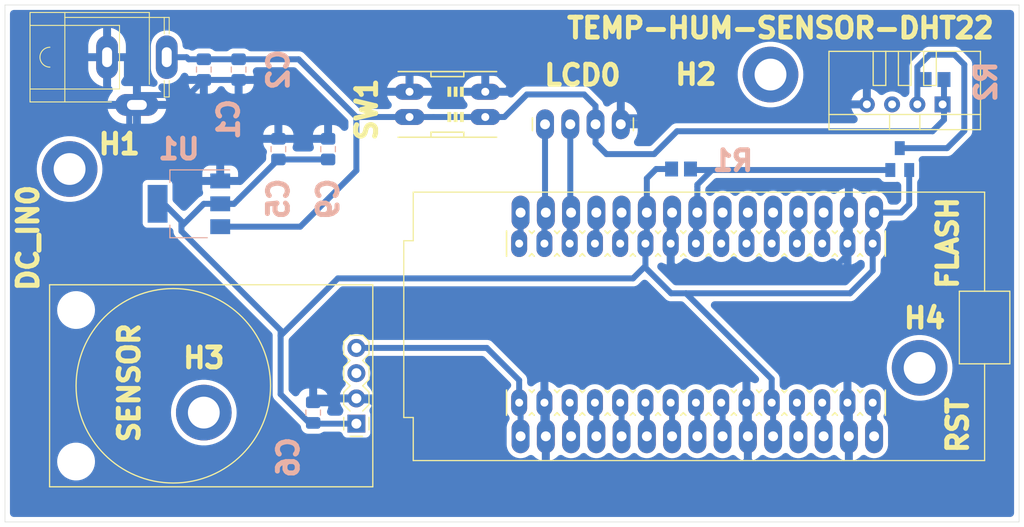
<source format=kicad_pcb>
(kicad_pcb (version 20240108) (generator "pcbnew") (generator_version "8.0")
  (layers (0 "F.Cu" signal) (31 "B.Cu" signal) (34 "B.Paste" user) (35 "F.Paste" user) (36 "B.SilkS" user "B.Silkscreen") (37 "F.SilkS" user "F.Silkscreen") (38 "B.Mask" user) (39 "F.Mask" user) (44 "Edge.Cuts" user))
  (net 0 "")
  (net 1 "/5V")
  (net 2 "/DHT_DAT")
  (net 4 "/GND")
  (net 5 "/D5")
  (net 6 "/3V3")
  (net 7 "Net-(U$1-VV)")
  (net 8 "Net-(U$1-S3)")
  (net 9 "Net-(U$1-S2)")
  (net 10 "Net-(U$1-S1)")
  (net 11 "Net-(U$1-SC)")
  (net 12 "Net-(U$1-S0)")
  (net 13 "Net-(U$1-SK)")
  (net 14 "Net-(U$1-EN)")
  (net 15 "Net-(U$1-RST)")
  (net 16 "Net-(U$1-VIN)")
  (net 17 "Net-(U$1-TX)")
  (net 18 "Net-(U$1-RX)")
  (net 19 "Net-(U$1-D8)")
  (net 20 "Net-(U$1-D7)")
  (net 21 "Net-(U$1-D6)")
  (net 22 "Net-(U$1-D4)")
  (net 23 "Net-(U$1-D3)")
  (net 24 "/SDA")
  (net 25 "/SCL")
  (net 26 "Net-(U$1-D0)")
  (net 28 "/SMOKESENS")
  (footprint "SHTS Rev 2:EDG-02" (layer "F.Cu") (at 142.5 89 90)
    (property "Reference" "SW1" (at -3.8964 -6.9511 90) (layer "F.SilkS") (effects (font (size 2 2) (thickness 0.5) (bold yes)) (justify left bottom)))
    (property "Value" "SW_DIP-2" (hide yes))
    (pad "1" thru_hole oval (at -1.27 3.81 180) (size 3 1.6) (drill 0.8) (layers "*.Cu" "*.Mask") (net 1 "/5V"))
    (pad "2" thru_hole oval (at 1.27 3.81 180) (size 3 1.6) (drill 0.8) (layers "*.Cu" "*.Mask") (net 4 "/GND"))
    (pad "3" thru_hole oval (at 1.27 -3.81 180) (size 3 1.6) (drill 0.8) (layers "*.Cu" "*.Mask") (net 4 "/GND"))
    (pad "4" thru_hole oval (at -1.27 -3.81 180) (size 3 1.6) (drill 0.8) (layers "*.Cu" "*.Mask") (net 1 "/5V"))
  )
  (footprint "SHTS Rev 2:TEMP-HUM-SENSOR-DHT22" (layer "F.Cu") (at 188.5 89 180)
    (property "Reference" "U$2")
    (property "Value" "TEMP-HUM-SENSOR-DHT22" (at 12.5 6.5 0) (layer "F.SilkS") (effects (font (size 2 2) (thickness 0.5) (bold yes)) (justify bottom)))
    (pad "1" thru_hole rect (at -3.81 0 180) (size 1.6 1.6) (drill 0.8) (layers "*.Cu" "*.Mask") (net 1 "/5V"))
    (pad "2" thru_hole circle (at -1.27 0 180) (size 1.6 1.6) (drill 0.8) (layers "*.Cu" "*.Mask") (net 2 "/DHT_DAT"))
    (pad "3" thru_hole circle (at 1.27 0 180) (size 1.6 1.6) (drill 0.8) (layers "*.Cu" "*.Mask"))
    (pad "4" thru_hole circle (at 3.81 0 180) (size 1.6 1.6) (drill 0.8) (layers "*.Cu" "*.Mask") (net 4 "/GND"))
  )
  (footprint "MountingHole:MountingHole_3.2mm_M3_DIN965_Pad" (layer "F.Cu") (at 118 120)
    (property "Reference" "H3" (at 0 -5.5 0) (layer "F.SilkS") (effects (font (size 2 2) (thickness 0.5) (bold yes))))
    (property "Value" "MountingHole" (hide yes))
    (pad "1" thru_hole circle (at 0 0) (size 5.6 5.6) (drill 3.2) (layers "*.Cu" "*.Mask"))
  )
  (footprint "SHTS Rev 2:GAS-SENSOR-MQ2" (layer "F.Cu") (at 118.7411 117.3036 180)
    (property "Reference" "U$3")
    (property "Value" "GAS-SENSOR-MQ2")
    (fp_text user "SENSOR" (at 8.2411 0.3036 -90) (layer "F.SilkS") (effects (font (size 2 2) (thickness 0.5) (bold yes))))
    (pad "" np_thru_hole circle (at 13.589 -7.62 180) (size 2.8 2.8) (drill 2.8) (layers "*.Cu" "*.Mask"))
    (pad "" np_thru_hole circle (at 13.589 7.62 180) (size 2.8 2.8) (drill 2.8) (layers "*.Cu" "*.Mask"))
    (pad "1" thru_hole rect (at -14.605 -3.81 180) (size 1.8 1.8) (drill 1) (layers "*.Cu" "*.Mask") (net 6 "/3V3"))
    (pad "2" thru_hole circle (at -14.605 -1.27 180) (size 1.8 1.8) (drill 1) (layers "*.Cu" "*.Mask") (net 4 "/GND"))
    (pad "3" thru_hole circle (at -14.605 1.27 180) (size 1.8 1.8) (drill 1) (layers "*.Cu" "*.Mask"))
    (pad "4" thru_hole circle (at -14.605 3.81 180) (size 1.8 1.8) (drill 1) (layers "*.Cu" "*.Mask") (net 28 "/SMOKESENS"))
  )
  (footprint "MountingHole:MountingHole_3.2mm_M3_DIN965_Pad" (layer "F.Cu") (at 190 115.5)
    (property "Reference" "H4" (at 0.5 -5 0) (layer "F.SilkS") (effects (font (size 2 2) (thickness 0.5) (bold yes))))
    (property "Value" "MountingHole" (hide yes))
    (pad "1" thru_hole circle (at 0 0) (size 5.6 5.6) (drill 3.2) (layers "*.Cu" "*.Mask"))
  )
  (footprint "MountingHole:MountingHole_3.2mm_M3_DIN965_Pad" (layer "F.Cu") (at 104.5 95.5)
    (property "Reference" "H1" (at 5 -2.5 0) (layer "F.SilkS") (effects (font (size 2 2) (thickness 0.5) (bold yes))))
    (property "Value" "MountingHole" (hide yes))
    (pad "1" thru_hole circle (at 0 0) (size 5.6 5.6) (drill 3.2) (layers "*.Cu" "*.Mask"))
  )
  (footprint "SHTS Rev 2:SPC4077" (layer "F.Cu") (at 111.2711 84.2536)
    (property "Reference" "DC_IN0" (at -9.7711 23.7464 90) (layer "F.SilkS") (effects (font (size 2 2) (thickness 0.5) (bold yes)) (justify left bottom)))
    (property "Value" "JACK-PLUG0")
    (pad "1" thru_hole oval (at -3 0 90) (size 4.3688 2.1844) (drill oval 2 1) (layers "*.Cu" "*.Mask") (net 4 "/GND"))
    (pad "2" thru_hole oval (at 0 4.8) (size 4.3688 2.1844) (drill oval 2 1) (layers "*.Cu" "*.Mask") (net 4 "/GND"))
    (pad "3" thru_hole oval (at 3 0 90) (size 4.3688 2.1844) (drill oval 2 1) (layers "*.Cu" "*.Mask") (net 1 "/5V"))
  )
  (footprint "SHTS Rev 2:FE15" (layer "F.Cu") (at 167.5 103)
    (property "Reference" "SV2" (hide yes))
    (property "Value" "FE15-1")
    (pad "1" thru_hole oval (at -17.78 0 90) (size 2.7 1.6) (drill 0.8) (layers "*.Cu" "*.Mask") (net 26 "Net-(U$1-D0)"))
    (pad "2" thru_hole oval (at -15.24 0 90) (size 2.7 1.6) (drill 0.8) (layers "*.Cu" "*.Mask") (net 25 "/SCL"))
    (pad "3" thru_hole oval (at -12.7 0 90) (size 2.7 1.6) (drill 0.8) (layers "*.Cu" "*.Mask") (net 24 "/SDA"))
    (pad "4" thru_hole oval (at -10.16 0 90) (size 2.7 1.6) (drill 0.8) (layers "*.Cu" "*.Mask") (net 23 "Net-(U$1-D3)"))
    (pad "5" thru_hole oval (at -7.62 0 90) (size 2.7 1.6) (drill 0.8) (layers "*.Cu" "*.Mask") (net 22 "Net-(U$1-D4)"))
    (pad "6" thru_hole oval (at -5.08 0 90) (size 2.7 1.6) (drill 0.8) (layers "*.Cu" "*.Mask") (net 6 "/3V3"))
    (pad "7" thru_hole oval (at -2.54 0 90) (size 2.7 1.6) (drill 0.8) (layers "*.Cu" "*.Mask") (net 4 "/GND"))
    (pad "8" thru_hole oval (at 0 0 90) (size 2.7 1.6) (drill 0.8) (layers "*.Cu" "*.Mask") (net 5 "/D5"))
    (pad "9" thru_hole oval (at 2.54 0 90) (size 2.7 1.6) (drill 0.8) (layers "*.Cu" "*.Mask") (net 21 "Net-(U$1-D6)"))
    (pad "10" thru_hole oval (at 5.08 0 90) (size 2.7 1.6) (drill 0.8) (layers "*.Cu" "*.Mask") (net 20 "Net-(U$1-D7)"))
    (pad "11" thru_hole oval (at 7.62 0 90) (size 2.7 1.6) (drill 0.8) (layers "*.Cu" "*.Mask") (net 19 "Net-(U$1-D8)"))
    (pad "12" thru_hole oval (at 10.16 0 90) (size 2.7 1.6) (drill 0.8) (layers "*.Cu" "*.Mask") (net 18 "Net-(U$1-RX)"))
    (pad "13" thru_hole oval (at 12.7 0 90) (size 2.7 1.6) (drill 0.8) (layers "*.Cu" "*.Mask") (net 17 "Net-(U$1-TX)"))
    (pad "14" thru_hole oval (at 15.24 0 90) (size 2.7 1.6) (drill 0.8) (layers "*.Cu" "*.Mask") (net 4 "/GND"))
    (pad "15" thru_hole oval (at 17.78 0 90) (size 2.7 1.6) (drill 0.8) (layers "*.Cu" "*.Mask") (net 6 "/3V3"))
  )
  (footprint "MountingHole:MountingHole_3.2mm_M3_DIN965_Pad" (layer "F.Cu") (at 175 86)
    (property "Reference" "H2" (at -7.5 0 0) (layer "F.SilkS") (effects (font (size 2 2) (thickness 0.5) (bold yes))))
    (property "Value" "MountingHole" (hide yes))
    (pad "1" thru_hole circle (at 0 0) (size 5.6 5.6) (drill 3.2) (layers "*.Cu" "*.Mask"))
  )
  (footprint "SHTS Rev 2:FE15" (layer "F.Cu") (at 167.5 119 180)
    (property "Reference" "SV1" (hide yes))
    (property "Value" "FE15-1" (hide yes))
    (pad "1" thru_hole oval (at -17.78 0 270) (size 2.7 1.6) (drill 0.8) (layers "*.Cu" "*.Mask") (net 16 "Net-(U$1-VIN)"))
    (pad "2" thru_hole oval (at -15.24 0 270) (size 2.7 1.6) (drill 0.8) (layers "*.Cu" "*.Mask") (net 4 "/GND"))
    (pad "3" thru_hole oval (at -12.7 0 270) (size 2.7 1.6) (drill 0.8) (layers "*.Cu" "*.Mask") (net 15 "Net-(U$1-RST)"))
    (pad "4" thru_hole oval (at -10.16 0 270) (size 2.7 1.6) (drill 0.8) (layers "*.Cu" "*.Mask") (net 14 "Net-(U$1-EN)"))
    (pad "5" thru_hole oval (at -7.62 0 270) (size 2.7 1.6) (drill 0.8) (layers "*.Cu" "*.Mask") (net 6 "/3V3"))
    (pad "6" thru_hole oval (at -5.08 0 270) (size 2.7 1.6) (drill 0.8) (layers "*.Cu" "*.Mask") (net 4 "/GND"))
    (pad "7" thru_hole oval (at -2.54 0 270) (size 2.7 1.6) (drill 0.8) (layers "*.Cu" "*.Mask") (net 13 "Net-(U$1-SK)"))
    (pad "8" thru_hole oval (at 0 0 270) (size 2.7 1.6) (drill 0.8) (layers "*.Cu" "*.Mask") (net 12 "Net-(U$1-S0)"))
    (pad "9" thru_hole oval (at 2.54 0 270) (size 2.7 1.6) (drill 0.8) (layers "*.Cu" "*.Mask") (net 11 "Net-(U$1-SC)"))
    (pad "10" thru_hole oval (at 5.08 0 270) (size 2.7 1.6) (drill 0.8) (layers "*.Cu" "*.Mask") (net 10 "Net-(U$1-S1)"))
    (pad "11" thru_hole oval (at 7.62 0 270) (size 2.7 1.6) (drill 0.8) (layers "*.Cu" "*.Mask") (net 9 "Net-(U$1-S2)"))
    (pad "12" thru_hole oval (at 10.16 0 270) (size 2.7 1.6) (drill 0.8) (layers "*.Cu" "*.Mask") (net 8 "Net-(U$1-S3)"))
    (pad "13" thru_hole oval (at 12.7 0 270) (size 2.7 1.6) (drill 0.8) (layers "*.Cu" "*.Mask") (net 7 "Net-(U$1-VV)"))
    (pad "14" thru_hole oval (at 15.24 0 270) (size 2.7 1.6) (drill 0.8) (layers "*.Cu" "*.Mask") (net 4 "/GND"))
    (pad "15" thru_hole oval (at 17.78 0 270) (size 2.7 1.6) (drill 0.8) (layers "*.Cu" "*.Mask") (net 28 "/SMOKESENS"))
  )
  (footprint "SHTS Rev 2:NODEMCU" (layer "F.Cu") (at 167.6411 111.6036 90)
    (property "Reference" "U$1" (hide yes))
    (property "Value" "NODEMCU" (hide yes))
    (fp_text user "FLASH" (at 3.81 26.3525 90) (layer "F.SilkS") (effects (font (size 2 2) (thickness 0.5) (bold yes)) (justify left bottom)))
    (fp_text user "RST" (at -12.7 27.3589 90) (layer "F.SilkS") (effects (font (size 2 2) (thickness 0.5) (bold yes)) (justify left bottom)))
    (pad "1" thru_hole oval (at -10.78 -17.78 90) (size 3.4 1.8) (drill 1) (layers "*.Cu" "*.Mask") (net 28 "/SMOKESENS"))
    (pad "2" thru_hole oval (at -10.78 -15.24 90) (size 3.4 1.8) (drill 1) (layers "*.Cu" "*.Mask") (net 4 "/GND"))
    (pad "3" thru_hole oval (at -10.78 -12.7 90) (size 3.4 1.8) (drill 1) (layers "*.Cu" "*.Mask") (net 7 "Net-(U$1-VV)"))
    (pad "4" thru_hole oval (at -10.78 -10.16 90) (size 3.4 1.8) (drill 1) (layers "*.Cu" "*.Mask") (net 8 "Net-(U$1-S3)"))
    (pad "5" thru_hole oval (at -10.78 -7.62 90) (size 3.4 1.8) (drill 1) (layers "*.Cu" "*.Mask") (net 9 "Net-(U$1-S2)"))
    (pad "6" thru_hole oval (at -10.78 -5.08 90) (size 3.4 1.8) (drill 1) (layers "*.Cu" "*.Mask") (net 10 "Net-(U$1-S1)"))
    (pad "7" thru_hole oval (at -10.78 -2.54 90) (size 3.4 1.8) (drill 1) (layers "*.Cu" "*.Mask") (net 11 "Net-(U$1-SC)"))
    (pad "8" thru_hole oval (at -10.78 0 90) (size 3.4 1.8) (drill 1) (layers "*.Cu" "*.Mask") (net 12 "Net-(U$1-S0)"))
    (pad "9" thru_hole oval (at -10.78 2.54 90) (size 3.4 1.8) (drill 1) (layers "*.Cu" "*.Mask") (net 13 "Net-(U$1-SK)"))
    (pad "10" thru_hole oval (at -10.78 5.08 90) (size 3.4 1.8) (drill 1) (layers "*.Cu" "*.Mask") (net 4 "/GND"))
    (pad "11" thru_hole oval (at -10.78 7.62 90) (size 3.4 1.8) (drill 1) (layers "*.Cu" "*.Mask") (net 6 "/3V3"))
    (pad "12" thru_hole oval (at -10.78 10.16 90) (size 3.4 1.8) (drill 1) (layers "*.Cu" "*.Mask") (net 14 "Net-(U$1-EN)"))
    (pad "13" thru_hole oval (at -10.78 12.7 90) (size 3.4 1.8) (drill 1) (layers "*.Cu" "*.Mask") (net 15 "Net-(U$1-RST)"))
    (pad "14" thru_hole oval (at -10.78 15.24 90) (size 3.4 1.8) (drill 1) (layers "*.Cu" "*.Mask") (net 4 "/GND"))
    (pad "15" thru_hole oval (at -10.78 17.78 90) (size 3.4 1.8) (drill 1) (layers "*.Cu" "*.Mask") (net 16 "Net-(U$1-VIN)"))
    (pad "16" thru_hole oval (at 11.72 17.78 90) (size 3.4 1.8) (drill 1) (layers "*.Cu" "*.Mask") (net 6 "/3V3"))
    (pad "17" thru_hole oval (at 11.72 15.24 90) (size 3.4 1.8) (drill 1) (layers "*.Cu" "*.Mask") (net 4 "/GND"))
    (pad "18" thru_hole oval (at 11.72 12.7 90) (size 3.4 1.8) (drill 1) (layers "*.Cu" "*.Mask") (net 17 "Net-(U$1-TX)"))
    (pad "19" thru_hole oval (at 11.72 10.16 90) (size 3.4 1.8) (drill 1) (layers "*.Cu" "*.Mask") (net 18 "Net-(U$1-RX)"))
    (pad "20" thru_hole oval (at 11.72 7.62 90) (size 3.4 1.8) (drill 1) (layers "*.Cu" "*.Mask") (net 19 "Net-(U$1-D8)"))
    (pad "21" thru_hole oval (at 11.72 5.08 90) (size 3.4 1.8) (drill 1) (layers "*.Cu" "*.Mask") (net 20 "Net-(U$1-D7)"))
    (pad "22" thru_hole oval (at 11.72 2.54 90) (size 3.4 1.8) (drill 1) (layers "*.Cu" "*.Mask") (net 21 "Net-(U$1-D6)"))
    (pad "23" thru_hole oval (at 11.72 0 90) (size 3.4 1.8) (drill 1) (layers "*.Cu" "*.Mask") (net 5 "/D5"))
    (pad "24" thru_hole oval (at 11.72 -2.54 90) (size 3.4 1.8) (drill 1) (layers "*.Cu" "*.Mask") (net 4 "/GND"))
    (pad "25" thru_hole oval (at 11.72 -5.08 90) (size 3.4 1.8) (drill 1) (layers "*.Cu" "*.Mask") (net 6 "/3V3"))
    (pad "26" thru_hole oval (at 11.72 -7.62 90) (size 3.4 1.8) (drill 1) (layers "*.Cu" "*.Mask") (net 22 "Net-(U$1-D4)"))
    (pad "27" thru_hole oval (at 11.72 -10.16 90) (size 3.4 1.8) (drill 1) (layers "*.Cu" "*.Mask") (net 23 "Net-(U$1-D3)"))
    (pad "28" thru_hole oval (at 11.72 -12.7 90) (size 3.4 1.8) (drill 1) (layers "*.Cu" "*.Mask") (net 24 "/SDA"))
    (pad "29" thru_hole oval (at 11.72 -15.24 90) (size 3.4 1.8) (drill 1) (layers "*.Cu" "*.Mask") (net 25 "/SCL"))
    (pad "30" thru_hole oval (at 11.72 -17.78 90) (size 3.4 1.8) (drill 1) (layers "*.Cu" "*.Mask") (net 26 "Net-(U$1-D0)"))
  )
  (footprint "SHTS Rev 2:MA04-1" (layer "F.Cu") (at 156.1311 91)
    (property "Reference" "LCD0" (at -4.1311 -3.7636 0) (layer "F.SilkS") (effects (font (size 2 2) (thickness 0.5) (bold yes)) (justify left bottom)))
    (property "Value" "MA04-1" (hide yes))
    (pad "1" thru_hole oval (at -3.81 0 90) (size 3 1.8) (drill 1) (layers "*.Cu" "*.Mask") (net 25 "/SCL"))
    (pad "2" thru_hole oval (at -1.27 0 90) (size 3 1.8) (drill 1) (layers "*.Cu" "*.Mask") (net 24 "/SDA"))
    (pad "3" thru_hole oval (at 1.27 0 90) (size 3 1.8) (drill 1) (layers "*.Cu" "*.Mask") (net 1 "/5V"))
    (pad "4" thru_hole oval (at 3.81 0 90) (size 3 1.8) (drill 1) (layers "*.Cu" "*.Mask") (net 4 "/GND"))
  )
  (footprint "Capacitor_SMD:C_0805_2012Metric_Pad1.18x1.45mm_HandSolder" (layer "B.Cu") (at 130.5 93.5 90)
    (property "Reference" "C9" (at -5 0 90) (layer "B.SilkS") (effects (font (size 2 2) (thickness 0.5) (bold yes)) (justify mirror)))
    (property "Value" "10UF")
    (pad "1" smd roundrect (at -1.0375 0 90) (size 1.175 1.45) (layers "B.Cu" "B.Paste" "B.Mask") (roundrect_rratio 0.2127659574) (net 6 "/3V3"))
    (pad "2" smd roundrect (at 1.0375 0 90) (size 1.175 1.45) (layers "B.Cu" "B.Paste" "B.Mask") (roundrect_rratio 0.2127659574) (net 4 "/GND"))
  )
  (footprint "Package_TO_SOT_SMD:SOT-223-3_TabPin2" (layer "B.Cu") (at 116.5 99 180)
    (property "Reference" "U1" (at 1 5.5 0) (layer "B.SilkS") (effects (font (size 2 2) (thickness 0.5) (bold yes)) (justify mirror)))
    (property "Value" "AMS1117-3.3")
    (pad "1" smd rect (at -3.15 2.3 180) (size 2 1.5) (layers "B.Cu" "B.Paste" "B.Mask") (net 4 "/GND"))
    (pad "2" smd rect (at -3.15 0 180) (size 2 1.5) (layers "B.Cu" "B.Paste" "B.Mask") (net 6 "/3V3"))
    (pad "2" smd rect (at 3.15 0 180) (size 2 3.8) (layers "B.Cu" "B.Paste" "B.Mask") (net 6 "/3V3"))
    (pad "3" smd rect (at -3.15 -2.3 180) (size 2 1.5) (layers "B.Cu" "B.Paste" "B.Mask") (net 1 "/5V"))
  )
  (footprint "SHTS Rev 2:R0805" (layer "B.Cu") (at 191.5 86.5)
    (property "Reference" "R2" (at 4 2.5 90) (layer "B.SilkS") (effects (font (size 2 2) (thickness 0.5) (bold yes)) (justify right top mirror)))
    (property "Value" "10k")
    (pad "1" smd rect (at -0.95 0) (size 1.3 1.5) (layers "B.Cu" "B.Paste" "B.Mask") (net 2 "/DHT_DAT"))
    (pad "2" smd rect (at 0.95 0) (size 1.3 1.5) (layers "B.Cu" "B.Paste" "B.Mask") (net 1 "/5V"))
  )
  (footprint "Capacitor_SMD:C_0805_2012Metric_Pad1.18x1.45mm_HandSolder" (layer "B.Cu") (at 118 85.5 -90)
    (property "Reference" "C1" (at 5 -2.5 90) (layer "B.SilkS") (effects (font (size 2 2) (thickness 0.5) (bold yes)) (justify mirror)))
    (property "Value" "10UF")
    (pad "1" smd roundrect (at -1.0375 0 270) (size 1.175 1.45) (layers "B.Cu" "B.Paste" "B.Mask") (roundrect_rratio 0.2127659574) (net 1 "/5V"))
    (pad "2" smd roundrect (at 1.0375 0 270) (size 1.175 1.45) (layers "B.Cu" "B.Paste" "B.Mask") (roundrect_rratio 0.2127659574) (net 4 "/GND"))
  )
  (footprint "Capacitor_SMD:C_0805_2012Metric_Pad1.18x1.45mm_HandSolder" (layer "B.Cu") (at 129 120 90)
    (property "Reference" "C6" (at -4.5 -2.5 90) (layer "B.SilkS") (effects (font (size 2 2) (thickness 0.5) (bold yes)) (justify mirror)))
    (property "Value" "10UF")
    (pad "1" smd roundrect (at -1.0375 0 90) (size 1.175 1.45) (layers "B.Cu" "B.Paste" "B.Mask") (roundrect_rratio 0.2127659574) (net 6 "/3V3"))
    (pad "2" smd roundrect (at 1.0375 0 90) (size 1.175 1.45) (layers "B.Cu" "B.Paste" "B.Mask") (roundrect_rratio 0.2127659574) (net 4 "/GND"))
  )
  (footprint "SHTS Rev 2:R0805" (layer "B.Cu") (at 166 95.5 180)
    (property "Reference" "R1" (at -7.5 2 0) (layer "B.SilkS") (effects (font (size 2 2) (thickness 0.5) (bold yes)) (justify left top mirror)))
    (property "Value" "10k")
    (pad "1" smd rect (at -0.95 0 180) (size 1.3 1.5) (layers "B.Cu" "B.Paste" "B.Mask") (net 5 "/D5"))
    (pad "2" smd rect (at 0.95 0 180) (size 1.3 1.5) (layers "B.Cu" "B.Paste" "B.Mask") (net 6 "/3V3"))
  )
  (footprint "Capacitor_SMD:C_0805_2012Metric_Pad1.18x1.45mm_HandSolder" (layer "B.Cu") (at 125.5 93.5 90)
    (property "Reference" "C5" (at -5 0 90) (layer "B.SilkS") (effects (font (size 2 2) (thickness 0.5) (bold yes)) (justify mirror)))
    (property "Value" "10UF")
    (pad "1" smd roundrect (at -1.0375 0 90) (size 1.175 1.45) (layers "B.Cu" "B.Paste" "B.Mask") (roundrect_rratio 0.2127659574) (net 6 "/3V3"))
    (pad "2" smd roundrect (at 1.0375 0 90) (size 1.175 1.45) (layers "B.Cu" "B.Paste" "B.Mask") (roundrect_rratio 0.2127659574) (net 4 "/GND"))
  )
  (footprint "SHTS Rev 2:BSS138" (layer "B.Cu") (at 188 94.5 180)
    (property "Reference" "U$4" (hide yes))
    (property "Value" "BSS138" (hide yes))
    (pad "D" smd rect (at 0 1.1 180) (size 1 1.4) (layers "B.Cu" "B.Paste" "B.Mask") (net 2 "/DHT_DAT"))
    (pad "G" smd rect (at -0.95 -1.1 180) (size 1 1.4) (layers "B.Cu" "B.Paste" "B.Mask") (net 6 "/3V3"))
    (pad "S" smd rect (at 0.95 -1.1 180) (size 1 1.4) (layers "B.Cu" "B.Paste" "B.Mask") (net 5 "/D5"))
  )
  (footprint "Capacitor_SMD:C_0805_2012Metric_Pad1.18x1.45mm_HandSolder" (layer "B.Cu") (at 121.5 85.5 -90)
    (property "Reference" "C2" (at 0 -4 90) (layer "B.SilkS") (effects (font (size 2 2) (thickness 0.5) (bold yes)) (justify mirror)))
    (property "Value" "10UF")
    (pad "1" smd roundrect (at -1.0375 0 270) (size 1.175 1.45) (layers "B.Cu" "B.Paste" "B.Mask") (roundrect_rratio 0.2127659574) (net 1 "/5V"))
    (pad "2" smd roundrect (at 1.0375 0 270) (size 1.175 1.45) (layers "B.Cu" "B.Paste" "B.Mask") (roundrect_rratio 0.2127659574) (net 4 "/GND"))
  )
  (gr_line (start 98 79) (end 98 131) (stroke (width 0.05)) (layer "Edge.Cuts"))
  (gr_line (start 200 79) (end 98 79) (stroke (width 0.05)) (layer "Edge.Cuts"))
  (gr_line (start 98 131) (end 200 131) (stroke (width 0.05)) (layer "Edge.Cuts"))
  (gr_line (start 200 131) (end 200 79) (stroke (width 0.05)) (layer "Edge.Cuts"))
  (segment (start 146.1679 90.27) (end 146.31 90.27) (width 0.6) (layer "B.Cu") (net 1))
  (segment (start 157.4011 89.1511) (end 156.25 88) (width 0.6) (layer "B.Cu") (net 1))
  (segment (start 148.23 90.27) (end 146.31 90.27) (width 0.6) (layer "B.Cu") (net 1))
  (segment (start 192.45 86.5) (end 192.45 90.55) (width 0.6) (layer "B.Cu") (net 1))
  (segment (start 133.3449 90.27) (end 138.69 90.27) (width 0.6) (layer "B.Cu") (net 1))
  (segment (start 127.5374 84.4625) (end 133.3449 90.27) (width 0.6) (layer "B.Cu") (net 1))
  (segment (start 114.2711 84.2536) (end 116.2652 84.2536) (width 0.6) (layer "B.Cu") (net 1))
  (segment (start 133.3449 95.6551) (end 127.7 101.3) (width 0.6) (layer "B.Cu") (net 1))
  (segment (start 192.45 90.55) (end 191.2981 91.7019) (width 0.6) (layer "B.Cu") (net 1))
  (segment (start 158.5 94) (end 157.4011 92.9011) (width 0.6) (layer "B.Cu") (net 1))
  (segment (start 133.3449 90.27) (end 133.3449 95.6551) (width 0.6) (layer "B.Cu") (net 1))
  (segment (start 121.5 84.4625) (end 127.5374 84.4625) (width 0.6) (layer "B.Cu") (net 1))
  (segment (start 118 84.4625) (end 121.5 84.4625) (width 0.6) (layer "B.Cu") (net 1))
  (segment (start 157.4011 92.9011) (end 157.4011 91) (width 0.6) (layer "B.Cu") (net 1))
  (segment (start 127.7 101.3) (end 119.65 101.3) (width 0.6) (layer "B.Cu") (net 1))
  (segment (start 118 84.4625) (end 116.4741 84.4625) (width 0.6) (layer "B.Cu") (net 1))
  (segment (start 146.1679 90.27) (end 143.9081 90.27) (width 0.6) (layer "B.Cu") (net 1))
  (segment (start 163.2983 94) (end 158.5 94) (width 0.6) (layer "B.Cu") (net 1))
  (segment (start 141.0919 90.27) (end 143.9081 90.27) (width 0.6) (layer "B.Cu") (net 1))
  (segment (start 157.4011 91) (end 157.4011 89.1511) (width 0.6) (layer "B.Cu") (net 1))
  (segment (start 191.2981 91.7019) (end 165.5964 91.7019) (width 0.6) (layer "B.Cu") (net 1))
  (segment (start 138.69 90.27) (end 141.0919 90.27) (width 0.6) (layer "B.Cu") (net 1))
  (segment (start 156.25 88) (end 150.5 88) (width 0.6) (layer "B.Cu") (net 1))
  (segment (start 150.5 88) (end 148.23 90.27) (width 0.6) (layer "B.Cu") (net 1))
  (segment (start 116.4741 84.4625) (end 116.2652 84.2536) (width 0.6) (layer "B.Cu") (net 1))
  (segment (start 165.5964 91.7019) (end 163.2983 94) (width 0.6) (layer "B.Cu") (net 1))
  (segment (start 194.4924 91.6656) (end 192.758 93.4) (width 0.6) (layer "B.Cu") (net 2))
  (segment (start 193.5 84) (end 194.4924 84.9924) (width 0.6) (layer "B.Cu") (net 2))
  (segment (start 191 84) (end 193.5 84) (width 0.6) (layer "B.Cu") (net 2))
  (segment (start 189.77 89) (end 189.77 85.23) (width 0.6) (layer "B.Cu") (net 2))
  (segment (start 192.758 93.4) (end 188 93.4) (width 0.6) (layer "B.Cu") (net 2))
  (segment (start 194.4924 84.9924) (end 194.4924 91.6656) (width 0.6) (layer "B.Cu") (net 2))
  (segment (start 189.77 85.23) (end 191 84) (width 0.6) (layer "B.Cu") (net 2))
  (segment (start 136 123.9855) (end 135 124.9855) (width 0.6) (layer "B.Cu") (net 4))
  (segment (start 146.31 87.73) (end 148.3511 87.73) (width 0.6) (layer "B.Cu") (net 4))
  (segment (start 159.9411 90.3) (end 181.7 90.3) (width 0.6) (layer "B.Cu") (net 4))
  (segment (start 172.7211 122.3836) (end 172.7211 119.7817) (width 0.6) (layer "B.Cu") (net 4))
  (segment (start 134.768 118.768) (end 136 120) (width 0.6) (layer "B.Cu") (net 4))
  (segment (start 119.65 94.3125) (end 119.65 96.7) (width 0.6) (layer "B.Cu") (net 4))
  (segment (start 182.74 104.1259) (end 181.614 105.2519) (width 0.6) (layer "B.Cu") (net 4))
  (segment (start 182.8811 122.3836) (end 182.8811 122.2759) (width 0.6) (layer "B.Cu") (net 4))
  (segment (start 157.843 86.5) (end 159.9411 88.5981) (width 0.6) (layer "B.Cu") (net 4))
  (segment (start 152.4011 122.3836) (end 152.4011 124.984) (width 0.6) (layer "B.Cu") (net 4))
  (segment (start 172.7211 119.7817) (end 172.58 119.6406) (width 0.6) (layer "B.Cu") (net 4))
  (segment (start 136 120) (end 136 123.9855) (width 0.6) (layer "B.Cu") (net 4))
  (segment (start 174.0365 126) (end 182 126) (width 0.6) (layer "B.Cu") (net 4))
  (segment (start 164.96 104.96) (end 164.96 103) (width 0.6) (layer "B.Cu") (net 4))
  (segment (start 151.3851 126) (end 136.0145 126) (width 0.6) (layer "B.Cu") (net 4))
  (segment (start 171.4057 126) (end 172.7211 124.6846) (width 0.6) (layer "B.Cu") (net 4))
  (segment (start 149.5811 86.5) (end 157.843 86.5) (width 0.6) (layer "B.Cu") (net 4))
  (segment (start 165.1011 101.1845) (end 165.1011 99.8836) (width 0.6) (layer "B.Cu") (net 4))
  (segment (start 182.8811 99.8836) (end 182.8811 102.4855) (width 0.6) (layer "B.Cu") (net 4))
  (segment (start 159.9411 88.5981) (end 159.9411 90.3) (width 0.6) (layer "B.Cu") (net 4))
  (segment (start 108.2711 84.2536) (end 110.2652 84.2536) (width 0.6) (layer "B.Cu") (net 4))
  (segment (start 111.2711 88.0565) (end 111.2711 87.0595) (width 0.6) (layer "B.Cu") (net 4))
  (segment (start 182 126) (end 182.8811 125.1189) (width 0.6) (layer "B.Cu") (net 4))
  (segment (start 153.4171 126) (end 171.4057 126) (width 0.6) (layer "B.Cu") (net 4))
  (segment (start 125.5 92.4625) (end 121.5 92.4625) (width 0.6) (layer "B.Cu") (net 4))
  (segment (start 135 124.9855) (end 129.4855 124.9855) (width 0.6) (layer "B.Cu") (net 4))
  (segment (start 111.2711 88.0565) (end 111.2711 89.0536) (width 0.6) (layer "B.Cu") (net 4))
  (segment (start 133.3461 118.768) (end 133.0781 118.5) (width 0.6) (layer "B.Cu") (net 4))
  (segment (start 165.1011 102.4855) (end 164.96 102.6266) (width 0.6) (layer "B.Cu") (net 4))
  (segment (start 148.3511 87.73) (end 148.7119 87.3692) (width 0.6) (layer "B.Cu") (net 4))
  (segment (start 182.8811 119.7817) (end 182.74 119.6406) (width 0.6) (layer "B.Cu") (net 4))
  (segment (start 172.7211 122.3836) (end 172.7211 124.6846) (width 0.6) (layer "B.Cu") (net 4))
  (segment (start 113.385 81.1338) (end 110.2652 84.2536) (width 0.6) (layer "B.Cu") (net 4))
  (segment (start 133.0781 118.5) (end 129.4625 118.5) (width 0.6) (layer "B.Cu") (net 4))
  (segment (start 152.26 119) (end 152.26 119.6406) (width 0.6) (layer "B.Cu") (net 4))
  (segment (start 172.7211 124.6846) (end 174.0365 126) (width 0.6) (layer "B.Cu") (net 4))
  (segment (start 148.7119 87.3692) (end 149.5811 86.5) (width 0.6) (layer "B.Cu") (net 4))
  (segment (start 118 86.5375) (end 116.481 88.0565) (width 0.6) (layer "B.Cu") (net 4))
  (segment (start 164.96 102.6266) (end 164.96 103) (width 0.6) (layer "B.Cu") (net 4))
  (segment (start 181.7 90.3) (end 183 89) (width 0.6) (layer "B.Cu") (net 4))
  (segment (start 138.69 87.73) (end 143.9081 87.73) (width 0.6) (layer "B.Cu") (net 4))
  (segment (start 142.8373 81.1338) (end 113.385 81.1338) (width 0.6) (layer "B.Cu") (net 4))
  (segment (start 182.8811 122.2759) (end 182.8811 119.7817) (width 0.6) (layer "B.Cu") (net 4))
  (segment (start 152.26 119.6406) (end 152.4011 119.7817) (width 0.6) (layer "B.Cu") (net 4))
  (segment (start 165.1011 101.1845) (end 165.1011 102.4855) (width 0.6) (layer "B.Cu") (net 4))
  (segment (start 116.481 88.0565) (end 111.2711 88.0565) (width 0.6) (layer "B.Cu") (net 4))
  (segment (start 152.4011 124.984) (end 151.3851 126) (width 0.6) (layer "B.Cu") (net 4))
  (segment (start 182.74 119.6406) (end 182.74 119) (width 0.6) (layer "B.Cu") (net 4))
  (segment (start 136.0145 126) (end 135 124.9855) (width 0.6) (layer "B.Cu") (net 4))
  (segment (start 166 106) (end 164.96 104.96) (width 0.6) (layer "B.Cu") (net 4))
  (segment (start 121.5 86.5375) (end 121.5 92.4625) (width 0.6) (layer "B.Cu") (net 4))
  (segment (start 129.4855 124.9855) (end 110.5 106) (width 0.6) (layer "B.Cu") (net 4))
  (segment (start 121.5 86.5375) (end 118 86.5375) (width 0.6) (layer "B.Cu") (net 4))
  (segment (start 110.5 106) (end 110.5 89.8247) (width 0.6) (layer "B.Cu") (net 4))
  (segment (start 125.5 92.4625) (end 130.5 92.4625) (width 0.6) (layer "B.Cu") (net 4))
  (segment (start 159.9411 91) (end 159.9411 90.3) (width 0.6) (layer "B.Cu") (net 4))
  (segment (start 182.74 103.2171) (end 182.74 104.1259) (width 0.6) (layer "B.Cu") (net 4))
  (segment (start 110.2652 86.0536) (end 110.2652 84.2536) (width 0.6) (layer "B.Cu") (net 4))
  (segment (start 129.4625 118.5) (end 129 118.9625) (width 0.6) (layer "B.Cu") (net 4))
  (segment (start 111.2711 87.0595) (end 110.2652 86.0536) (width 0.6) (layer "B.Cu") (net 4))
  (segment (start 182.74 102.6266) (end 182.8811 102.4855) (width 0.6) (layer "B.Cu") (net 4))
  (segment (start 110.5 89.8247) (end 111.2711 89.0536) (width 0.6) (layer "B.Cu") (net 4))
  (segment (start 181.614 105.2519) (end 180.8659 106) (width 0.6) (layer "B.Cu") (net 4))
  (segment (start 183 89) (end 184.69 89) (width 0.6) (layer "B.Cu") (net 4))
  (segment (start 148.7119 87.0084) (end 142.8373 81.1338) (width 0.6) (layer "B.Cu") (net 4))
  (segment (start 182.74 103) (end 182.74 102.6266) (width 0.6) (layer "B.Cu") (net 4))
  (segment (start 152.4011 124.984) (end 153.4171 126) (width 0.6) (layer "B.Cu") (net 4))
  (segment (start 182.8811 125.1189) (end 182.8811 122.3836) (width 0.6) (layer "B.Cu") (net 4))
  (segment (start 133.3461 118.768) (end 134.768 118.768) (width 0.6) (layer "B.Cu") (net 4))
  (segment (start 145.1091 87.73) (end 143.9081 87.73) (width 0.6) (layer "B.Cu") (net 4))
  (segment (start 121.5 92.4625) (end 119.65 94.3125) (width 0.6) (layer "B.Cu") (net 4))
  (segment (start 152.4011 122.3836) (end 152.4011 119.7817) (width 0.6) (layer "B.Cu") (net 4))
  (segment (start 145.1091 87.73) (end 146.31 87.73) (width 0.6) (layer "B.Cu") (net 4))
  (segment (start 180.8659 106) (end 166 106) (width 0.6) (layer "B.Cu") (net 4))
  (segment (start 133.3461 118.768) (end 133.3461 118.5736) (width 0.6) (layer "B.Cu") (net 4))
  (segment (start 148.7119 87.3692) (end 148.7119 87.0084) (width 0.6) (layer "B.Cu") (net 4))
  (segment (start 172.58 119.6406) (end 172.58 119) (width 0.6) (layer "B.Cu") (net 4))
  (segment (start 182.74 103.2171) (end 182.74 103) (width 0.6) (layer "B.Cu") (net 4))
  (segment (start 167.6411 97.07035) (end 169.11145 95.6) (width 0.6) (layer "B.Cu") (net 5))
  (segment (start 167.5 103) (end 167.5 100.7481) (width 0.6) (layer "B.Cu") (net 5))
  (segment (start 169.11145 95.6) (end 187.05 95.6) (width 0.6) (layer "B.Cu") (net 5))
  (segment (start 167.6411 99.8836) (end 167.6411 97.5826) (width 0.6) (layer "B.Cu") (net 5))
  (segment (start 167.6411 97.2832) (end 167.6411 97.2818) (width 0.6) (layer "B.Cu") (net 5))
  (segment (start 167.6411 100.607) (end 167.5 100.7481) (width 0.6) (layer "B.Cu") (net 5))
  (segment (start 167.6411 97.2818) (end 167.6411 97.07035) (width 0.6) (layer "B.Cu") (net 5))
  (segment (start 167.6411 99.8836) (end 167.6411 100.607) (width 0.6) (layer "B.Cu") (net 5))
  (segment (start 167.6411 97.5826) (end 167.6411 97.2832) (width 0.6) (layer "B.Cu") (net 5))
  (segment (start 167.05 95.6) (end 166.95 95.5) (width 0.6) (layer "B.Cu") (net 5))
  (segment (start 170 95.6) (end 167.05 95.6) (width 0.6) (layer "B.Cu") (net 5))
  (segment (start 185.28 105.72) (end 183 108) (width 0.6) (layer "B.Cu") (net 6))
  (segment (start 188.95 99.05) (end 188.95 95.6) (width 0.6) (layer "B.Cu") (net 6))
  (segment (start 162.5611 96.4389) (end 162.5611 99.8836) (width 0.6) (layer "B.Cu") (net 6))
  (segment (start 165.05 95.5) (end 163.5 95.5) (width 0.6) (layer "B.Cu") (net 6))
  (segment (start 115.75 100.75) (end 115.75 101.25) (width 0.6) (layer "B.Cu") (net 6))
  (segment (start 175.2611 122.3836) (end 175.2611 121.5774) (width 0.6) (layer "B.Cu") (net 6))
  (segment (start 128.6097 121.0375) (end 125.7259 118.1537) (width 0.6) (layer "B.Cu") (net 6))
  (segment (start 162.42 102.6266) (end 162.42 103) (width 0.6) (layer "B.Cu") (net 6))
  (segment (start 175.12 119.6406) (end 175.2611 119.7817) (width 0.6) (layer "B.Cu") (net 6))
  (segment (start 185.4211 99.8836) (end 188.1164 99.8836) (width 0.6) (layer "B.Cu") (net 6))
  (segment (start 163.5 95.5) (end 162.5611 96.4389) (width 0.6) (layer "B.Cu") (net 6))
  (segment (start 125.7259 112.2576) (end 131.4835 106.5) (width 0.6) (layer "B.Cu") (net 6))
  (segment (start 125.5 94.5375) (end 130.5 94.5375) (width 0.6) (layer "B.Cu") (net 6))
  (segment (start 114 99) (end 115.75 100.75) (width 0.6) (layer "B.Cu") (net 6))
  (segment (start 129.0761 121.1136) (end 133.3461 121.1136) (width 0.6) (layer "B.Cu") (net 6))
  (segment (start 162.42 103) (end 162.42 105.2519) (width 0.6) (layer "B.Cu") (net 6))
  (segment (start 185.28 101.874) (end 185.28 103) (width 0.6) (layer "B.Cu") (net 6))
  (segment (start 125.5 94.5375) (end 121.5519 98.4856) (width 0.6) (layer "B.Cu") (net 6))
  (segment (start 125.7259 111.7259) (end 125.7259 112.2576) (width 0.6) (layer "B.Cu") (net 6))
  (segment (start 162.42 105.42) (end 162.42 105.2519) (width 0.6) (layer "B.Cu") (net 6))
  (segment (start 175.2611 121.5774) (end 175.2611 119.7817) (width 0.6) (layer "B.Cu") (net 6))
  (segment (start 183 108) (end 166.5 108) (width 0.6) (layer "B.Cu") (net 6))
  (segment (start 115.75 101.25) (end 115.75 101.75) (width 0.6) (layer "B.Cu") (net 6))
  (segment (start 125.7259 118.1537) (end 125.7259 112.2576) (width 0.6) (layer "B.Cu") (net 6))
  (segment (start 185.28 103) (end 185.28 105.72) (width 0.6) (layer "B.Cu") (net 6))
  (segment (start 175.12 119) (end 175.12 119.6406) (width 0.6) (layer "B.Cu") (net 6))
  (segment (start 121.0375 99) (end 119.65 99) (width 0.6) (layer "B.Cu") (net 6))
  (segment (start 185.28 101.874) (end 185.28 100.7481) (width 0.6) (layer "B.Cu") (net 6))
  (segment (start 129 121.0375) (end 128.6097 121.0375) (width 0.6) (layer "B.Cu") (net 6))
  (segment (start 162.5611 100.6898) (end 162.5611 99.8836) (width 0.6) (layer "B.Cu") (net 6))
  (segment (start 121.0375 99) (end 118 99) (width 0.6) (layer "B.Cu") (net 6))
  (segment (start 131.4835 106.5) (end 161.1719 106.5) (width 0.6) (layer "B.Cu") (net 6))
  (segment (start 175.12 116.62) (end 166.5 108) (width 0.6) (layer "B.Cu") (net 6))
  (segment (start 118 99) (end 115.75 101.25) (width 0.6) (layer "B.Cu") (net 6))
  (segment (start 185.4211 100.607) (end 185.4211 99.8836) (width 0.6) (layer "B.Cu") (net 6))
  (segment (start 188.1164 99.8836) (end 188.95 99.05) (width 0.6) (layer "B.Cu") (net 6))
  (segment (start 161.1719 106.5) (end 162.42 105.2519) (width 0.6) (layer "B.Cu") (net 6))
  (segment (start 113.35 99) (end 114 99) (width 0.6) (layer "B.Cu") (net 6))
  (segment (start 121.5519 98.4856) (end 121.0375 99) (width 0.6) (layer "B.Cu") (net 6))
  (segment (start 162.5611 102.4855) (end 162.42 102.6266) (width 0.6) (layer "B.Cu") (net 6))
  (segment (start 162.5611 100.6898) (end 162.5611 102.4855) (width 0.6) (layer "B.Cu") (net 6))
  (segment (start 175.12 119) (end 175.12 116.62) (width 0.6) (layer "B.Cu") (net 6))
  (segment (start 166.5 108) (end 165 108) (width 0.6) (layer "B.Cu") (net 6))
  (segment (start 115.75 101.75) (end 125.7259 111.7259) (width 0.6) (layer "B.Cu") (net 6))
  (segment (start 185.28 100.7481) (end 185.4211 100.607) (width 0.6) (layer "B.Cu") (net 6))
  (segment (start 165 108) (end 162.42 105.42) (width 0.6) (layer "B.Cu") (net 6))
  (segment (start 129 121.0375) (end 129.0761 121.1136) (width 0.6) (layer "B.Cu") (net 6))
  (segment (start 154.8 119) (end 154.8 119.6406) (width 0.6) (layer "B.Cu") (net 7))
  (segment (start 154.8 119.6406) (end 154.9411 119.7817) (width 0.6) (layer "B.Cu") (net 7))
  (segment (start 154.9411 122.3836) (end 154.9411 119.7817) (width 0.6) (layer "B.Cu") (net 7))
  (segment (start 157.34 119) (end 157.34 119.6406) (width 0.6) (layer "B.Cu") (net 8))
  (segment (start 157.4811 122.3836) (end 157.4811 119.7817) (width 0.6) (layer "B.Cu") (net 8))
  (segment (start 157.34 119.6406) (end 157.4811 119.7817) (width 0.6) (layer "B.Cu") (net 8))
  (segment (start 159.88 119) (end 159.88 119.6406) (width 0.6) (layer "B.Cu") (net 9))
  (segment (start 159.88 119.6406) (end 160.0211 119.7817) (width 0.6) (layer "B.Cu") (net 9))
  (segment (start 160.0211 122.3836) (end 160.0211 119.7817) (width 0.6) (layer "B.Cu") (net 9))
  (segment (start 162.42 119) (end 162.42 119.6406) (width 0.6) (layer "B.Cu") (net 10))
  (segment (start 162.5611 122.3836) (end 162.5611 119.7817) (width 0.6) (layer "B.Cu") (net 10))
  (segment (start 162.42 119.6406) (end 162.5611 119.7817) (width 0.6) (layer "B.Cu") (net 10))
  (segment (start 164.96 119) (end 164.96 119.6406) (width 0.6) (layer "B.Cu") (net 11))
  (segment (start 165.1011 122.3836) (end 165.1011 119.7817) (width 0.6) (layer "B.Cu") (net 11))
  (segment (start 164.96 119.6406) (end 165.1011 119.7817) (width 0.6) (layer "B.Cu") (net 11))
  (segment (start 167.5 119) (end 167.5 119.6406) (width 0.6) (layer "B.Cu") (net 12))
  (segment (start 167.6411 122.3836) (end 167.6411 119.7817) (width 0.6) (layer "B.Cu") (net 12))
  (segment (start 167.5 119.6406) (end 167.6411 119.7817) (width 0.6) (layer "B.Cu") (net 12))
  (segment (start 170.1811 122.3836) (end 170.1811 119.7817) (width 0.6) (layer "B.Cu") (net 13))
  (segment (start 170.04 119) (end 170.04 119.6406) (width 0.6) (layer "B.Cu") (net 13))
  (segment (start 170.04 119.6406) (end 170.1811 119.7817) (width 0.6) (layer "B.Cu") (net 13))
  (segment (start 177.66 119) (end 177.66 119.6406) (width 0.6) (layer "B.Cu") (net 14))
  (segment (start 177.66 119.6406) (end 177.8011 119.7817) (width 0.6) (layer "B.Cu") (net 14))
  (segment (start 177.8011 122.3836) (end 177.8011 119.7817) (width 0.6) (layer "B.Cu") (net 14))
  (segment (start 180.2 119.6406) (end 180.3411 119.7817) (width 0.6) (layer "B.Cu") (net 15))
  (segment (start 180.2 119) (end 180.2 119.6406) (width 0.6) (layer "B.Cu") (net 15))
  (segment (start 180.3411 122.3836) (end 180.3411 119.7817) (width 0.6) (layer "B.Cu") (net 15))
  (segment (start 185.4211 122.3836) (end 185.4211 119.7817) (width 0.6) (layer "B.Cu") (net 16))
  (segment (start 185.28 119) (end 185.28 119.6406) (width 0.6) (layer "B.Cu") (net 16))
  (segment (start 185.28 119.6406) (end 185.4211 119.7817) (width 0.6) (layer "B.Cu") (net 16))
  (segment (start 180.2 103) (end 180.2 102.6266) (width 0.6) (layer "B.Cu") (net 17))
  (segment (start 180.3411 99.8836) (end 180.3411 102.4855) (width 0.6) (layer "B.Cu") (net 17))
  (segment (start 180.2 102.6266) (end 180.3411 102.4855) (width 0.6) (layer "B.Cu") (net 17))
  (segment (start 177.66 102.6266) (end 177.8011 102.4855) (width 0.6) (layer "B.Cu") (net 18))
  (segment (start 177.8011 99.8836) (end 177.8011 102.4855) (width 0.6) (layer "B.Cu") (net 18))
  (segment (start 177.66 103) (end 177.66 102.6266) (width 0.6) (layer "B.Cu") (net 18))
  (segment (start 175.12 102.6266) (end 175.2611 102.4855) (width 0.6) (layer "B.Cu") (net 19))
  (segment (start 175.2611 99.8836) (end 175.2611 102.4855) (width 0.6) (layer "B.Cu") (net 19))
  (segment (start 175.12 103) (end 175.12 102.6266) (width 0.6) (layer "B.Cu") (net 19))
  (segment (start 172.58 103) (end 172.58 102.6266) (width 0.6) (layer "B.Cu") (net 20))
  (segment (start 172.7211 99.8836) (end 172.7211 102.4855) (width 0.6) (layer "B.Cu") (net 20))
  (segment (start 172.58 102.6266) (end 172.7211 102.4855) (width 0.6) (layer "B.Cu") (net 20))
  (segment (start 170.04 103) (end 170.04 102.6266) (width 0.6) (layer "B.Cu") (net 21))
  (segment (start 170.04 102.6266) (end 170.1811 102.4855) (width 0.6) (layer "B.Cu") (net 21))
  (segment (start 170.1811 99.8836) (end 170.1811 102.4855) (width 0.6) (layer "B.Cu") (net 21))
  (segment (start 160.0211 99.8836) (end 160.0211 102.4855) (width 0.6) (layer "B.Cu") (net 22))
  (segment (start 159.88 102.6266) (end 160.0211 102.4855) (width 0.6) (layer "B.Cu") (net 22))
  (segment (start 159.88 103) (end 159.88 102.6266) (width 0.6) (layer "B.Cu") (net 22))
  (segment (start 157.34 103) (end 157.34 102.6266) (width 0.6) (layer "B.Cu") (net 23))
  (segment (start 157.34 102.6266) (end 157.4811 102.4855) (width 0.6) (layer "B.Cu") (net 23))
  (segment (start 157.4811 99.8836) (end 157.4811 102.4855) (width 0.6) (layer "B.Cu") (net 23))
  (segment (start 154.8611 99.8836) (end 154.9411 99.8836) (width 0.6) (layer "B.Cu") (net 24))
  (segment (start 154.8611 99.8836) (end 154.8611 100.687) (width 0.6) (layer "B.Cu") (net 24))
  (segment (start 154.8611 100.687) (end 154.8 100.7481) (width 0.6) (layer "B.Cu") (net 24))
  (segment (start 154.8611 91) (end 154.8611 99.8836) (width 0.6) (layer "B.Cu") (net 24))
  (segment (start 154.8 103) (end 154.8 100.7481) (width 0.6) (layer "B.Cu") (net 24))
  (segment (start 152.3211 99.8836) (end 152.3211 100.687) (width 0.6) (layer "B.Cu") (net 25))
  (segment (start 152.3211 91) (end 152.3211 99.8836) (width 0.6) (layer "B.Cu") (net 25))
  (segment (start 152.3211 99.8836) (end 152.4011 99.8836) (width 0.6) (layer "B.Cu") (net 25))
  (segment (start 152.3211 100.687) (end 152.26 100.7481) (width 0.6) (layer "B.Cu") (net 25))
  (segment (start 152.26 103) (end 152.26 100.7481) (width 0.6) (layer "B.Cu") (net 25))
  (segment (start 149.72 102.6266) (end 149.8611 102.4855) (width 0.6) (layer "B.Cu") (net 26))
  (segment (start 149.8611 99.8836) (end 149.8611 102.4855) (width 0.6) (layer "B.Cu") (net 26))
  (segment (start 149.72 103) (end 149.72 102.6266) (width 0.6) (layer "B.Cu") (net 26))
  (segment (start 149.8611 122.3836) (end 149.8611 119.7817) (width 0.6) (layer "B.Cu") (net 28))
  (segment (start 149.72 119) (end 149.72 116.7481) (width 0.6) (layer "B.Cu") (net 28))
  (segment (start 133.3461 113.4936) (end 146.4655 113.4936) (width 0.6) (layer "B.Cu") (net 28))
  (segment (start 149.72 119.6406) (end 149.8611 119.7817) (width 0.6) (layer "B.Cu") (net 28))
  (segment (start 146.4655 113.4936) (end 149.72 116.7481) (width 0.6) (layer "B.Cu") (net 28))
  (segment (start 149.72 119) (end 149.72 119.6406) (width 0.6) (layer "B.Cu") (net 28))
  (zone (net 4) (net_name "/GND") (layer "B.Cu") (priority 1) (connect_pads (clearance 0.5)) (min_thickness 0.8) (fill yes (thermal_gap 0.8) (thermal_bridge_width 0.8))
    (polygon (pts (xy 97.5 78.5) (xy 200.5 78.5) (xy 200.5 131.5) (xy 97.5 131.5)))
  )
)
</source>
